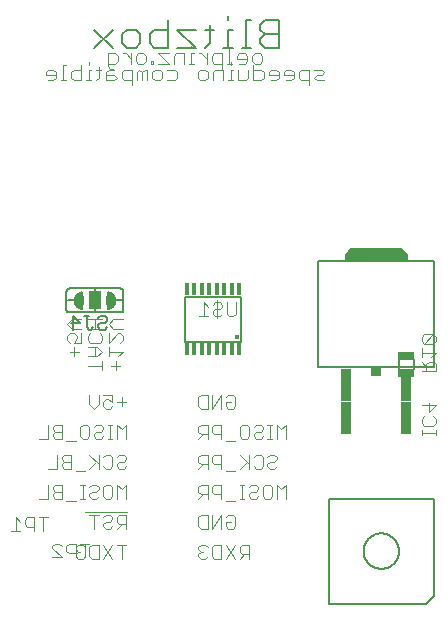
<source format=gbo>
G04 EAGLE Gerber RS-274X export*
G75*
%MOMM*%
%FSLAX34Y34*%
%LPD*%
%INSilkscreen Bottom*%
%IPPOS*%
%AMOC8*
5,1,8,0,0,1.08239X$1,22.5*%
G01*
%ADD10C,0.203200*%
%ADD11C,0.101600*%
%ADD12R,0.863600X0.762000*%
%ADD13R,0.900200X2.799800*%
%ADD14R,0.899900X2.800100*%
%ADD15C,0.152400*%
%ADD16R,1.400000X0.650000*%
%ADD17C,0.127000*%
%ADD18R,1.016000X1.524000*%
%ADD19C,0.400000*%
%ADD20R,0.300000X1.100000*%

G36*
X411474Y360587D02*
X411474Y360587D01*
X411533Y360585D01*
X411614Y360607D01*
X411698Y360619D01*
X411751Y360643D01*
X411808Y360657D01*
X411880Y360700D01*
X411957Y360735D01*
X412002Y360773D01*
X412052Y360803D01*
X412110Y360864D01*
X412174Y360919D01*
X412207Y360967D01*
X412247Y361010D01*
X412285Y361085D01*
X412332Y361155D01*
X412350Y361211D01*
X412376Y361263D01*
X412388Y361331D01*
X412418Y361426D01*
X412420Y361526D01*
X412432Y361594D01*
X412432Y365707D01*
X412425Y365757D01*
X412425Y365771D01*
X412420Y365792D01*
X412420Y365794D01*
X412417Y365881D01*
X412400Y365934D01*
X412392Y365989D01*
X412356Y366068D01*
X412329Y366152D01*
X412301Y366191D01*
X412276Y366248D01*
X412180Y366361D01*
X412134Y366425D01*
X407562Y370997D01*
X407493Y371049D01*
X407429Y371109D01*
X407379Y371135D01*
X407335Y371168D01*
X407254Y371199D01*
X407176Y371239D01*
X407128Y371247D01*
X407070Y371269D01*
X406922Y371281D01*
X406845Y371294D01*
X364681Y371294D01*
X364594Y371282D01*
X364506Y371279D01*
X364454Y371262D01*
X364399Y371254D01*
X364319Y371219D01*
X364236Y371192D01*
X364197Y371164D01*
X364140Y371138D01*
X364026Y371042D01*
X363963Y370997D01*
X359391Y366425D01*
X359338Y366355D01*
X359278Y366291D01*
X359253Y366242D01*
X359220Y366198D01*
X359189Y366116D01*
X359149Y366038D01*
X359141Y365991D01*
X359119Y365932D01*
X359110Y365832D01*
X359107Y365823D01*
X359106Y365785D01*
X359106Y365784D01*
X359093Y365707D01*
X359093Y361594D01*
X359101Y361536D01*
X359100Y361478D01*
X359121Y361396D01*
X359133Y361313D01*
X359157Y361259D01*
X359172Y361203D01*
X359215Y361130D01*
X359249Y361053D01*
X359287Y361008D01*
X359317Y360958D01*
X359379Y360900D01*
X359433Y360836D01*
X359482Y360804D01*
X359524Y360764D01*
X359599Y360725D01*
X359670Y360679D01*
X359725Y360661D01*
X359777Y360634D01*
X359845Y360623D01*
X359941Y360593D01*
X360040Y360590D01*
X360109Y360579D01*
X411417Y360579D01*
X411474Y360587D01*
G37*
D10*
X303092Y540766D02*
X303092Y564154D01*
X291398Y564154D01*
X287500Y560256D01*
X287500Y556358D01*
X291398Y552460D01*
X287500Y548562D01*
X287500Y544664D01*
X291398Y540766D01*
X303092Y540766D01*
X303092Y552460D02*
X291398Y552460D01*
X279704Y564154D02*
X275806Y564154D01*
X275806Y540766D01*
X279704Y540766D02*
X271908Y540766D01*
X264112Y556358D02*
X260214Y556358D01*
X260214Y540766D01*
X264112Y540766D02*
X256316Y540766D01*
X260214Y564154D02*
X260214Y568052D01*
X244622Y560256D02*
X244622Y544664D01*
X240724Y540766D01*
X240724Y556358D02*
X248520Y556358D01*
X232928Y556358D02*
X217336Y556358D01*
X232928Y540766D01*
X217336Y540766D01*
X209540Y540766D02*
X209540Y564154D01*
X209540Y540766D02*
X197846Y540766D01*
X193948Y544664D01*
X193948Y552460D01*
X197846Y556358D01*
X209540Y556358D01*
X182254Y540766D02*
X174458Y540766D01*
X170560Y544664D01*
X170560Y552460D01*
X174458Y556358D01*
X182254Y556358D01*
X186152Y552460D01*
X186152Y544664D01*
X182254Y540766D01*
X162764Y556358D02*
X147172Y540766D01*
X162764Y540766D02*
X147172Y556358D01*
D11*
X282792Y527558D02*
X287114Y527558D01*
X282792Y527558D02*
X280631Y529719D01*
X280631Y534041D01*
X282792Y536201D01*
X287114Y536201D01*
X289275Y534041D01*
X289275Y529719D01*
X287114Y527558D01*
X274251Y527558D02*
X269929Y527558D01*
X274251Y527558D02*
X276411Y529719D01*
X276411Y534041D01*
X274251Y536201D01*
X269929Y536201D01*
X267768Y534041D01*
X267768Y531880D01*
X276411Y531880D01*
X263548Y540523D02*
X261387Y540523D01*
X261387Y527558D01*
X263548Y527558D02*
X259226Y527558D01*
X254972Y523236D02*
X254972Y536201D01*
X248490Y536201D01*
X246329Y534041D01*
X246329Y529719D01*
X248490Y527558D01*
X254972Y527558D01*
X242109Y527558D02*
X242109Y536201D01*
X242109Y531880D02*
X237787Y536201D01*
X235627Y536201D01*
X231390Y536201D02*
X229229Y536201D01*
X229229Y527558D01*
X231390Y527558D02*
X227068Y527558D01*
X229229Y540523D02*
X229229Y542684D01*
X222814Y536201D02*
X222814Y527558D01*
X222814Y536201D02*
X216332Y536201D01*
X214171Y534041D01*
X214171Y527558D01*
X209951Y536201D02*
X201307Y536201D01*
X209951Y527558D01*
X201307Y527558D01*
X197087Y527558D02*
X197087Y529719D01*
X194926Y529719D01*
X194926Y527558D01*
X197087Y527558D01*
X188495Y527558D02*
X184173Y527558D01*
X182012Y529719D01*
X182012Y534041D01*
X184173Y536201D01*
X188495Y536201D01*
X190656Y534041D01*
X190656Y529719D01*
X188495Y527558D01*
X177792Y527558D02*
X177792Y536201D01*
X177792Y531880D02*
X173471Y536201D01*
X171310Y536201D01*
X162751Y523236D02*
X160590Y523236D01*
X158429Y525397D01*
X158429Y536201D01*
X164912Y536201D01*
X167073Y534041D01*
X167073Y529719D01*
X164912Y527558D01*
X158429Y527558D01*
X166321Y241305D02*
X174117Y241305D01*
X170219Y245203D02*
X170219Y237407D01*
X162423Y247152D02*
X154627Y247152D01*
X162423Y247152D02*
X162423Y241305D01*
X158525Y243254D01*
X156576Y243254D01*
X154627Y241305D01*
X154627Y237407D01*
X156576Y235458D01*
X160474Y235458D01*
X162423Y237407D01*
X150729Y239356D02*
X150729Y247152D01*
X150729Y239356D02*
X146831Y235458D01*
X142933Y239356D01*
X142933Y247152D01*
X174117Y221752D02*
X174117Y210058D01*
X170219Y217854D02*
X174117Y221752D01*
X170219Y217854D02*
X166321Y221752D01*
X166321Y210058D01*
X162423Y210058D02*
X158525Y210058D01*
X160474Y210058D02*
X160474Y221752D01*
X162423Y221752D02*
X158525Y221752D01*
X148780Y221752D02*
X146831Y219803D01*
X148780Y221752D02*
X152678Y221752D01*
X154627Y219803D01*
X154627Y217854D01*
X152678Y215905D01*
X148780Y215905D01*
X146831Y213956D01*
X146831Y212007D01*
X148780Y210058D01*
X152678Y210058D01*
X154627Y212007D01*
X140984Y221752D02*
X137086Y221752D01*
X140984Y221752D02*
X142933Y219803D01*
X142933Y212007D01*
X140984Y210058D01*
X137086Y210058D01*
X135137Y212007D01*
X135137Y219803D01*
X137086Y221752D01*
X131239Y208109D02*
X123443Y208109D01*
X119545Y210058D02*
X119545Y221752D01*
X113698Y221752D01*
X111749Y219803D01*
X111749Y217854D01*
X113698Y215905D01*
X111749Y213956D01*
X111749Y212007D01*
X113698Y210058D01*
X119545Y210058D01*
X119545Y215905D02*
X113698Y215905D01*
X107851Y221752D02*
X107851Y210058D01*
X100055Y210058D01*
X166321Y194403D02*
X168270Y196352D01*
X172168Y196352D01*
X174117Y194403D01*
X174117Y192454D01*
X172168Y190505D01*
X168270Y190505D01*
X166321Y188556D01*
X166321Y186607D01*
X168270Y184658D01*
X172168Y184658D01*
X174117Y186607D01*
X156576Y196352D02*
X154627Y194403D01*
X156576Y196352D02*
X160474Y196352D01*
X162423Y194403D01*
X162423Y186607D01*
X160474Y184658D01*
X156576Y184658D01*
X154627Y186607D01*
X150729Y184658D02*
X150729Y196352D01*
X150729Y188556D02*
X142933Y196352D01*
X148780Y190505D02*
X142933Y184658D01*
X139035Y182709D02*
X131239Y182709D01*
X127341Y184658D02*
X127341Y196352D01*
X121494Y196352D01*
X119545Y194403D01*
X119545Y192454D01*
X121494Y190505D01*
X119545Y188556D01*
X119545Y186607D01*
X121494Y184658D01*
X127341Y184658D01*
X127341Y190505D02*
X121494Y190505D01*
X115647Y196352D02*
X115647Y184658D01*
X107851Y184658D01*
X174117Y170952D02*
X174117Y159258D01*
X170219Y167054D02*
X174117Y170952D01*
X170219Y167054D02*
X166321Y170952D01*
X166321Y159258D01*
X160474Y170952D02*
X156576Y170952D01*
X160474Y170952D02*
X162423Y169003D01*
X162423Y161207D01*
X160474Y159258D01*
X156576Y159258D01*
X154627Y161207D01*
X154627Y169003D01*
X156576Y170952D01*
X144882Y170952D02*
X142933Y169003D01*
X144882Y170952D02*
X148780Y170952D01*
X150729Y169003D01*
X150729Y167054D01*
X148780Y165105D01*
X144882Y165105D01*
X142933Y163156D01*
X142933Y161207D01*
X144882Y159258D01*
X148780Y159258D01*
X150729Y161207D01*
X139035Y159258D02*
X135137Y159258D01*
X137086Y159258D02*
X137086Y170952D01*
X139035Y170952D02*
X135137Y170952D01*
X131239Y157309D02*
X123443Y157309D01*
X119545Y159258D02*
X119545Y170952D01*
X113698Y170952D01*
X111749Y169003D01*
X111749Y167054D01*
X113698Y165105D01*
X111749Y163156D01*
X111749Y161207D01*
X113698Y159258D01*
X119545Y159258D01*
X119545Y165105D02*
X113698Y165105D01*
X107851Y170952D02*
X107851Y159258D01*
X100055Y159258D01*
X139543Y147574D02*
X174625Y147574D01*
X174117Y145552D02*
X174117Y133858D01*
X174117Y145552D02*
X168270Y145552D01*
X166321Y143603D01*
X166321Y139705D01*
X168270Y137756D01*
X174117Y137756D01*
X170219Y137756D02*
X166321Y133858D01*
X154627Y143603D02*
X156576Y145552D01*
X160474Y145552D01*
X162423Y143603D01*
X162423Y141654D01*
X160474Y139705D01*
X156576Y139705D01*
X154627Y137756D01*
X154627Y135807D01*
X156576Y133858D01*
X160474Y133858D01*
X162423Y135807D01*
X146831Y133858D02*
X146831Y145552D01*
X150729Y145552D02*
X142933Y145552D01*
X309227Y210058D02*
X309227Y221752D01*
X305329Y217854D01*
X301431Y221752D01*
X301431Y210058D01*
X297533Y210058D02*
X293635Y210058D01*
X295584Y210058D02*
X295584Y221752D01*
X297533Y221752D02*
X293635Y221752D01*
X283890Y221752D02*
X281941Y219803D01*
X283890Y221752D02*
X287788Y221752D01*
X289737Y219803D01*
X289737Y217854D01*
X287788Y215905D01*
X283890Y215905D01*
X281941Y213956D01*
X281941Y212007D01*
X283890Y210058D01*
X287788Y210058D01*
X289737Y212007D01*
X276094Y221752D02*
X272196Y221752D01*
X276094Y221752D02*
X278043Y219803D01*
X278043Y212007D01*
X276094Y210058D01*
X272196Y210058D01*
X270247Y212007D01*
X270247Y219803D01*
X272196Y221752D01*
X266349Y208109D02*
X258553Y208109D01*
X254655Y210058D02*
X254655Y221752D01*
X248808Y221752D01*
X246859Y219803D01*
X246859Y215905D01*
X248808Y213956D01*
X254655Y213956D01*
X242961Y210058D02*
X242961Y221752D01*
X237114Y221752D01*
X235165Y219803D01*
X235165Y215905D01*
X237114Y213956D01*
X242961Y213956D01*
X239063Y213956D02*
X235165Y210058D01*
X293635Y194403D02*
X295584Y196352D01*
X299482Y196352D01*
X301431Y194403D01*
X301431Y192454D01*
X299482Y190505D01*
X295584Y190505D01*
X293635Y188556D01*
X293635Y186607D01*
X295584Y184658D01*
X299482Y184658D01*
X301431Y186607D01*
X283890Y196352D02*
X281941Y194403D01*
X283890Y196352D02*
X287788Y196352D01*
X289737Y194403D01*
X289737Y186607D01*
X287788Y184658D01*
X283890Y184658D01*
X281941Y186607D01*
X278043Y184658D02*
X278043Y196352D01*
X278043Y188556D02*
X270247Y196352D01*
X276094Y190505D02*
X270247Y184658D01*
X266349Y182709D02*
X258553Y182709D01*
X254655Y184658D02*
X254655Y196352D01*
X248808Y196352D01*
X246859Y194403D01*
X246859Y190505D01*
X248808Y188556D01*
X254655Y188556D01*
X242961Y184658D02*
X242961Y196352D01*
X237114Y196352D01*
X235165Y194403D01*
X235165Y190505D01*
X237114Y188556D01*
X242961Y188556D01*
X239063Y188556D02*
X235165Y184658D01*
X309227Y170952D02*
X309227Y159258D01*
X305329Y167054D02*
X309227Y170952D01*
X305329Y167054D02*
X301431Y170952D01*
X301431Y159258D01*
X295584Y170952D02*
X291686Y170952D01*
X295584Y170952D02*
X297533Y169003D01*
X297533Y161207D01*
X295584Y159258D01*
X291686Y159258D01*
X289737Y161207D01*
X289737Y169003D01*
X291686Y170952D01*
X279992Y170952D02*
X278043Y169003D01*
X279992Y170952D02*
X283890Y170952D01*
X285839Y169003D01*
X285839Y167054D01*
X283890Y165105D01*
X279992Y165105D01*
X278043Y163156D01*
X278043Y161207D01*
X279992Y159258D01*
X283890Y159258D01*
X285839Y161207D01*
X274145Y159258D02*
X270247Y159258D01*
X272196Y159258D02*
X272196Y170952D01*
X274145Y170952D02*
X270247Y170952D01*
X266349Y157309D02*
X258553Y157309D01*
X254655Y159258D02*
X254655Y170952D01*
X248808Y170952D01*
X246859Y169003D01*
X246859Y165105D01*
X248808Y163156D01*
X254655Y163156D01*
X242961Y159258D02*
X242961Y170952D01*
X237114Y170952D01*
X235165Y169003D01*
X235165Y165105D01*
X237114Y163156D01*
X242961Y163156D01*
X239063Y163156D02*
X235165Y159258D01*
X258553Y245203D02*
X260502Y247152D01*
X264400Y247152D01*
X266349Y245203D01*
X266349Y237407D01*
X264400Y235458D01*
X260502Y235458D01*
X258553Y237407D01*
X258553Y241305D01*
X262451Y241305D01*
X254655Y235458D02*
X254655Y247152D01*
X246859Y235458D01*
X246859Y247152D01*
X242961Y247152D02*
X242961Y235458D01*
X237114Y235458D01*
X235165Y237407D01*
X235165Y245203D01*
X237114Y247152D01*
X242961Y247152D01*
X153489Y271955D02*
X141796Y271955D01*
X153489Y268057D02*
X153489Y275853D01*
X149591Y279751D02*
X141796Y279751D01*
X149591Y279751D02*
X153489Y283649D01*
X149591Y287547D01*
X141796Y287547D01*
X147642Y287547D02*
X147642Y279751D01*
X153489Y297292D02*
X151540Y299241D01*
X153489Y297292D02*
X153489Y293394D01*
X151540Y291445D01*
X143744Y291445D01*
X141796Y293394D01*
X141796Y297292D01*
X143744Y299241D01*
X141796Y303139D02*
X153489Y303139D01*
X147642Y303139D02*
X147642Y310935D01*
X141796Y310935D02*
X153489Y310935D01*
X165105Y275853D02*
X165105Y268057D01*
X169003Y271955D02*
X161207Y271955D01*
X167054Y279751D02*
X170952Y283649D01*
X159258Y283649D01*
X159258Y279751D02*
X159258Y287547D01*
X159258Y291445D02*
X159258Y299241D01*
X159258Y291445D02*
X167054Y299241D01*
X169003Y299241D01*
X170952Y297292D01*
X170952Y293394D01*
X169003Y291445D01*
X170952Y303139D02*
X163156Y303139D01*
X159258Y307037D01*
X163156Y310935D01*
X170952Y310935D01*
X130180Y287547D02*
X130180Y279751D01*
X134078Y283649D02*
X126282Y283649D01*
X136027Y291445D02*
X136027Y299241D01*
X136027Y291445D02*
X130180Y291445D01*
X132129Y295343D01*
X132129Y297292D01*
X130180Y299241D01*
X126282Y299241D01*
X124333Y297292D01*
X124333Y293394D01*
X126282Y291445D01*
X128231Y303139D02*
X136027Y303139D01*
X128231Y303139D02*
X124333Y307037D01*
X128231Y310935D01*
X136027Y310935D01*
X335318Y513588D02*
X341800Y513588D01*
X335318Y513588D02*
X333157Y515749D01*
X335318Y517910D01*
X339640Y517910D01*
X341800Y520071D01*
X339640Y522231D01*
X333157Y522231D01*
X328937Y522231D02*
X328937Y509266D01*
X328937Y522231D02*
X322454Y522231D01*
X320294Y520071D01*
X320294Y515749D01*
X322454Y513588D01*
X328937Y513588D01*
X313913Y513588D02*
X309591Y513588D01*
X313913Y513588D02*
X316074Y515749D01*
X316074Y520071D01*
X313913Y522231D01*
X309591Y522231D01*
X307430Y520071D01*
X307430Y517910D01*
X316074Y517910D01*
X301049Y513588D02*
X296728Y513588D01*
X301049Y513588D02*
X303210Y515749D01*
X303210Y520071D01*
X301049Y522231D01*
X296728Y522231D01*
X294567Y520071D01*
X294567Y517910D01*
X303210Y517910D01*
X281703Y513588D02*
X281703Y526553D01*
X281703Y513588D02*
X288186Y513588D01*
X290347Y515749D01*
X290347Y520071D01*
X288186Y522231D01*
X281703Y522231D01*
X277483Y522231D02*
X277483Y515749D01*
X275323Y513588D01*
X268840Y513588D01*
X268840Y522231D01*
X264620Y522231D02*
X262459Y522231D01*
X262459Y513588D01*
X264620Y513588D02*
X260298Y513588D01*
X262459Y526553D02*
X262459Y528714D01*
X256045Y522231D02*
X256045Y513588D01*
X256045Y522231D02*
X249562Y522231D01*
X247401Y520071D01*
X247401Y513588D01*
X241020Y513588D02*
X236699Y513588D01*
X234538Y515749D01*
X234538Y520071D01*
X236699Y522231D01*
X241020Y522231D01*
X243181Y520071D01*
X243181Y515749D01*
X241020Y513588D01*
X215294Y522231D02*
X208811Y522231D01*
X215294Y522231D02*
X217454Y520071D01*
X217454Y515749D01*
X215294Y513588D01*
X208811Y513588D01*
X202430Y513588D02*
X198108Y513588D01*
X195948Y515749D01*
X195948Y520071D01*
X198108Y522231D01*
X202430Y522231D01*
X204591Y520071D01*
X204591Y515749D01*
X202430Y513588D01*
X191728Y513588D02*
X191728Y522231D01*
X189567Y522231D01*
X187406Y520071D01*
X187406Y513588D01*
X187406Y520071D02*
X185245Y522231D01*
X183084Y520071D01*
X183084Y513588D01*
X178864Y509266D02*
X178864Y522231D01*
X172382Y522231D01*
X170221Y520071D01*
X170221Y515749D01*
X172382Y513588D01*
X178864Y513588D01*
X163840Y522231D02*
X159518Y522231D01*
X157358Y520071D01*
X157358Y513588D01*
X163840Y513588D01*
X166001Y515749D01*
X163840Y517910D01*
X157358Y517910D01*
X150977Y515749D02*
X150977Y524392D01*
X150977Y515749D02*
X148816Y513588D01*
X148816Y522231D02*
X153138Y522231D01*
X144562Y522231D02*
X142401Y522231D01*
X142401Y513588D01*
X144562Y513588D02*
X140240Y513588D01*
X142401Y526553D02*
X142401Y528714D01*
X135986Y526553D02*
X135986Y513588D01*
X129504Y513588D01*
X127343Y515749D01*
X127343Y520071D01*
X129504Y522231D01*
X135986Y522231D01*
X123123Y526553D02*
X120962Y526553D01*
X120962Y513588D01*
X123123Y513588D02*
X118801Y513588D01*
X112387Y513588D02*
X108065Y513588D01*
X112387Y513588D02*
X114547Y515749D01*
X114547Y520071D01*
X112387Y522231D01*
X108065Y522231D01*
X105904Y520071D01*
X105904Y517910D01*
X114547Y517910D01*
X170219Y120152D02*
X170219Y108458D01*
X174117Y120152D02*
X166321Y120152D01*
X162423Y120152D02*
X154627Y108458D01*
X162423Y108458D02*
X154627Y120152D01*
X150729Y120152D02*
X150729Y108458D01*
X144882Y108458D01*
X142933Y110407D01*
X142933Y118203D01*
X144882Y120152D01*
X150729Y120152D01*
X139035Y118203D02*
X137086Y120152D01*
X133188Y120152D01*
X131239Y118203D01*
X131239Y116254D01*
X133188Y114305D01*
X135137Y114305D01*
X133188Y114305D02*
X131239Y112356D01*
X131239Y110407D01*
X133188Y108458D01*
X137086Y108458D01*
X139035Y110407D01*
X278043Y108458D02*
X278043Y120152D01*
X272196Y120152D01*
X270247Y118203D01*
X270247Y114305D01*
X272196Y112356D01*
X278043Y112356D01*
X274145Y112356D02*
X270247Y108458D01*
X258553Y108458D02*
X266349Y120152D01*
X258553Y120152D02*
X266349Y108458D01*
X254655Y108458D02*
X254655Y120152D01*
X254655Y108458D02*
X248808Y108458D01*
X246859Y110407D01*
X246859Y118203D01*
X248808Y120152D01*
X254655Y120152D01*
X242961Y118203D02*
X241012Y120152D01*
X237114Y120152D01*
X235165Y118203D01*
X235165Y116254D01*
X237114Y114305D01*
X239063Y114305D01*
X237114Y114305D02*
X235165Y112356D01*
X235165Y110407D01*
X237114Y108458D01*
X241012Y108458D01*
X242961Y110407D01*
X258553Y143603D02*
X260502Y145552D01*
X264400Y145552D01*
X266349Y143603D01*
X266349Y135807D01*
X264400Y133858D01*
X260502Y133858D01*
X258553Y135807D01*
X258553Y139705D01*
X262451Y139705D01*
X254655Y133858D02*
X254655Y145552D01*
X246859Y133858D01*
X246859Y145552D01*
X242961Y145552D02*
X242961Y133858D01*
X237114Y133858D01*
X235165Y135807D01*
X235165Y143603D01*
X237114Y145552D01*
X242961Y145552D01*
D10*
X336593Y270535D02*
X336593Y360575D01*
X336593Y270535D02*
X434933Y270535D01*
X434933Y360575D01*
X336593Y360575D01*
X411413Y361595D02*
X411413Y365705D01*
X406843Y370275D01*
X364683Y370275D01*
X360113Y365705D01*
X360113Y361595D01*
X411413Y361595D01*
D12*
X385763Y266309D03*
D13*
X411163Y255525D03*
X360363Y255525D03*
D14*
X411263Y227925D03*
X360262Y227925D03*
D11*
X424371Y217131D02*
X424371Y213233D01*
X424371Y215182D02*
X436064Y215182D01*
X436064Y213233D02*
X436064Y217131D01*
X436064Y226876D02*
X434115Y228825D01*
X436064Y226876D02*
X436064Y222978D01*
X434115Y221029D01*
X426319Y221029D01*
X424371Y222978D01*
X424371Y226876D01*
X426319Y228825D01*
X424371Y238570D02*
X436064Y238570D01*
X430217Y232723D01*
X430217Y240519D01*
D15*
X417513Y268950D02*
X417513Y277150D01*
X404813Y277150D02*
X404813Y268950D01*
D16*
X411178Y280364D03*
X411178Y265632D03*
D11*
X424371Y267208D02*
X436064Y267208D01*
X436064Y273055D01*
X434115Y275004D01*
X430217Y275004D01*
X428268Y273055D01*
X428268Y267208D01*
X428268Y271106D02*
X424371Y275004D01*
X432166Y278902D02*
X436064Y282800D01*
X424371Y282800D01*
X424371Y278902D02*
X424371Y286698D01*
X426319Y290596D02*
X434115Y290596D01*
X436064Y292545D01*
X436064Y296443D01*
X434115Y298392D01*
X426319Y298392D01*
X424371Y296443D01*
X424371Y292545D01*
X426319Y290596D01*
X434115Y298392D01*
D17*
X434450Y76825D02*
X428100Y70475D01*
X345550Y70475D01*
X345550Y159375D01*
X434450Y159375D01*
X434450Y76825D01*
X375000Y114925D02*
X375005Y115293D01*
X375018Y115661D01*
X375041Y116028D01*
X375072Y116395D01*
X375113Y116761D01*
X375162Y117126D01*
X375221Y117489D01*
X375288Y117851D01*
X375364Y118212D01*
X375450Y118570D01*
X375543Y118926D01*
X375646Y119279D01*
X375757Y119630D01*
X375877Y119978D01*
X376005Y120323D01*
X376142Y120665D01*
X376287Y121004D01*
X376440Y121338D01*
X376602Y121669D01*
X376771Y121996D01*
X376949Y122318D01*
X377134Y122637D01*
X377327Y122950D01*
X377528Y123259D01*
X377736Y123562D01*
X377952Y123860D01*
X378175Y124153D01*
X378405Y124441D01*
X378642Y124723D01*
X378886Y124998D01*
X379136Y125268D01*
X379393Y125532D01*
X379657Y125789D01*
X379927Y126039D01*
X380202Y126283D01*
X380484Y126520D01*
X380772Y126750D01*
X381065Y126973D01*
X381363Y127189D01*
X381666Y127397D01*
X381975Y127598D01*
X382288Y127791D01*
X382607Y127976D01*
X382929Y128154D01*
X383256Y128323D01*
X383587Y128485D01*
X383921Y128638D01*
X384260Y128783D01*
X384602Y128920D01*
X384947Y129048D01*
X385295Y129168D01*
X385646Y129279D01*
X385999Y129382D01*
X386355Y129475D01*
X386713Y129561D01*
X387074Y129637D01*
X387436Y129704D01*
X387799Y129763D01*
X388164Y129812D01*
X388530Y129853D01*
X388897Y129884D01*
X389264Y129907D01*
X389632Y129920D01*
X390000Y129925D01*
X390368Y129920D01*
X390736Y129907D01*
X391103Y129884D01*
X391470Y129853D01*
X391836Y129812D01*
X392201Y129763D01*
X392564Y129704D01*
X392926Y129637D01*
X393287Y129561D01*
X393645Y129475D01*
X394001Y129382D01*
X394354Y129279D01*
X394705Y129168D01*
X395053Y129048D01*
X395398Y128920D01*
X395740Y128783D01*
X396079Y128638D01*
X396413Y128485D01*
X396744Y128323D01*
X397071Y128154D01*
X397393Y127976D01*
X397712Y127791D01*
X398025Y127598D01*
X398334Y127397D01*
X398637Y127189D01*
X398935Y126973D01*
X399228Y126750D01*
X399516Y126520D01*
X399798Y126283D01*
X400073Y126039D01*
X400343Y125789D01*
X400607Y125532D01*
X400864Y125268D01*
X401114Y124998D01*
X401358Y124723D01*
X401595Y124441D01*
X401825Y124153D01*
X402048Y123860D01*
X402264Y123562D01*
X402472Y123259D01*
X402673Y122950D01*
X402866Y122637D01*
X403051Y122318D01*
X403229Y121996D01*
X403398Y121669D01*
X403560Y121338D01*
X403713Y121004D01*
X403858Y120665D01*
X403995Y120323D01*
X404123Y119978D01*
X404243Y119630D01*
X404354Y119279D01*
X404457Y118926D01*
X404550Y118570D01*
X404636Y118212D01*
X404712Y117851D01*
X404779Y117489D01*
X404838Y117126D01*
X404887Y116761D01*
X404928Y116395D01*
X404959Y116028D01*
X404982Y115661D01*
X404995Y115293D01*
X405000Y114925D01*
X404995Y114557D01*
X404982Y114189D01*
X404959Y113822D01*
X404928Y113455D01*
X404887Y113089D01*
X404838Y112724D01*
X404779Y112361D01*
X404712Y111999D01*
X404636Y111638D01*
X404550Y111280D01*
X404457Y110924D01*
X404354Y110571D01*
X404243Y110220D01*
X404123Y109872D01*
X403995Y109527D01*
X403858Y109185D01*
X403713Y108846D01*
X403560Y108512D01*
X403398Y108181D01*
X403229Y107854D01*
X403051Y107532D01*
X402866Y107213D01*
X402673Y106900D01*
X402472Y106591D01*
X402264Y106288D01*
X402048Y105990D01*
X401825Y105697D01*
X401595Y105409D01*
X401358Y105127D01*
X401114Y104852D01*
X400864Y104582D01*
X400607Y104318D01*
X400343Y104061D01*
X400073Y103811D01*
X399798Y103567D01*
X399516Y103330D01*
X399228Y103100D01*
X398935Y102877D01*
X398637Y102661D01*
X398334Y102453D01*
X398025Y102252D01*
X397712Y102059D01*
X397393Y101874D01*
X397071Y101696D01*
X396744Y101527D01*
X396413Y101365D01*
X396079Y101212D01*
X395740Y101067D01*
X395398Y100930D01*
X395053Y100802D01*
X394705Y100682D01*
X394354Y100571D01*
X394001Y100468D01*
X393645Y100375D01*
X393287Y100289D01*
X392926Y100213D01*
X392564Y100146D01*
X392201Y100087D01*
X391836Y100038D01*
X391470Y99997D01*
X391103Y99966D01*
X390736Y99943D01*
X390368Y99930D01*
X390000Y99925D01*
X389632Y99930D01*
X389264Y99943D01*
X388897Y99966D01*
X388530Y99997D01*
X388164Y100038D01*
X387799Y100087D01*
X387436Y100146D01*
X387074Y100213D01*
X386713Y100289D01*
X386355Y100375D01*
X385999Y100468D01*
X385646Y100571D01*
X385295Y100682D01*
X384947Y100802D01*
X384602Y100930D01*
X384260Y101067D01*
X383921Y101212D01*
X383587Y101365D01*
X383256Y101527D01*
X382929Y101696D01*
X382607Y101874D01*
X382288Y102059D01*
X381975Y102252D01*
X381666Y102453D01*
X381363Y102661D01*
X381065Y102877D01*
X380772Y103100D01*
X380484Y103330D01*
X380202Y103567D01*
X379927Y103811D01*
X379657Y104061D01*
X379393Y104318D01*
X379136Y104582D01*
X378886Y104852D01*
X378642Y105127D01*
X378405Y105409D01*
X378175Y105697D01*
X377952Y105990D01*
X377736Y106288D01*
X377528Y106591D01*
X377327Y106900D01*
X377134Y107213D01*
X376949Y107532D01*
X376771Y107854D01*
X376602Y108181D01*
X376440Y108512D01*
X376287Y108846D01*
X376142Y109185D01*
X376005Y109527D01*
X375877Y109872D01*
X375757Y110220D01*
X375646Y110571D01*
X375543Y110924D01*
X375450Y111280D01*
X375364Y111638D01*
X375288Y111999D01*
X375221Y112361D01*
X375162Y112724D01*
X375113Y113089D01*
X375072Y113455D01*
X375041Y113822D01*
X375018Y114189D01*
X375005Y114557D01*
X375000Y114925D01*
D15*
X169228Y337185D02*
X126048Y337185D01*
X169228Y316865D02*
X169328Y316867D01*
X169427Y316873D01*
X169527Y316883D01*
X169625Y316896D01*
X169724Y316914D01*
X169821Y316935D01*
X169917Y316960D01*
X170013Y316989D01*
X170107Y317022D01*
X170200Y317058D01*
X170291Y317098D01*
X170381Y317142D01*
X170469Y317189D01*
X170555Y317239D01*
X170639Y317293D01*
X170721Y317350D01*
X170800Y317410D01*
X170878Y317474D01*
X170952Y317540D01*
X171024Y317609D01*
X171093Y317681D01*
X171159Y317755D01*
X171223Y317833D01*
X171283Y317912D01*
X171340Y317994D01*
X171394Y318078D01*
X171444Y318164D01*
X171491Y318252D01*
X171535Y318342D01*
X171575Y318433D01*
X171611Y318526D01*
X171644Y318620D01*
X171673Y318716D01*
X171698Y318812D01*
X171719Y318909D01*
X171737Y319008D01*
X171750Y319106D01*
X171760Y319206D01*
X171766Y319305D01*
X171768Y319405D01*
X126048Y316865D02*
X125948Y316867D01*
X125849Y316873D01*
X125749Y316883D01*
X125651Y316896D01*
X125552Y316914D01*
X125455Y316935D01*
X125359Y316960D01*
X125263Y316989D01*
X125169Y317022D01*
X125076Y317058D01*
X124985Y317098D01*
X124895Y317142D01*
X124807Y317189D01*
X124721Y317239D01*
X124637Y317293D01*
X124555Y317350D01*
X124476Y317410D01*
X124398Y317474D01*
X124324Y317540D01*
X124252Y317609D01*
X124183Y317681D01*
X124117Y317755D01*
X124053Y317833D01*
X123993Y317912D01*
X123936Y317994D01*
X123882Y318078D01*
X123832Y318164D01*
X123785Y318252D01*
X123741Y318342D01*
X123701Y318433D01*
X123665Y318526D01*
X123632Y318620D01*
X123603Y318716D01*
X123578Y318812D01*
X123557Y318909D01*
X123539Y319008D01*
X123526Y319106D01*
X123516Y319206D01*
X123510Y319305D01*
X123508Y319405D01*
X123508Y334645D02*
X123510Y334745D01*
X123516Y334844D01*
X123526Y334944D01*
X123539Y335042D01*
X123557Y335141D01*
X123578Y335238D01*
X123603Y335334D01*
X123632Y335430D01*
X123665Y335524D01*
X123701Y335617D01*
X123741Y335708D01*
X123785Y335798D01*
X123832Y335886D01*
X123882Y335972D01*
X123936Y336056D01*
X123993Y336138D01*
X124053Y336217D01*
X124117Y336295D01*
X124183Y336369D01*
X124252Y336441D01*
X124324Y336510D01*
X124398Y336576D01*
X124476Y336640D01*
X124555Y336700D01*
X124637Y336757D01*
X124721Y336811D01*
X124807Y336861D01*
X124895Y336908D01*
X124985Y336952D01*
X125076Y336992D01*
X125169Y337028D01*
X125263Y337061D01*
X125359Y337090D01*
X125455Y337115D01*
X125552Y337136D01*
X125651Y337154D01*
X125749Y337167D01*
X125849Y337177D01*
X125948Y337183D01*
X126048Y337185D01*
X169228Y337185D02*
X169328Y337183D01*
X169427Y337177D01*
X169527Y337167D01*
X169625Y337154D01*
X169724Y337136D01*
X169821Y337115D01*
X169917Y337090D01*
X170013Y337061D01*
X170107Y337028D01*
X170200Y336992D01*
X170291Y336952D01*
X170381Y336908D01*
X170469Y336861D01*
X170555Y336811D01*
X170639Y336757D01*
X170721Y336700D01*
X170800Y336640D01*
X170878Y336576D01*
X170952Y336510D01*
X171024Y336441D01*
X171093Y336369D01*
X171159Y336295D01*
X171223Y336217D01*
X171283Y336138D01*
X171340Y336056D01*
X171394Y335972D01*
X171444Y335886D01*
X171491Y335798D01*
X171535Y335708D01*
X171575Y335617D01*
X171611Y335524D01*
X171644Y335430D01*
X171673Y335334D01*
X171698Y335238D01*
X171719Y335141D01*
X171737Y335042D01*
X171750Y334944D01*
X171760Y334844D01*
X171766Y334745D01*
X171768Y334645D01*
X171768Y319405D01*
X123508Y319405D02*
X123508Y334645D01*
X126048Y316865D02*
X169228Y316865D01*
X170498Y327025D02*
X165418Y327025D01*
X129858Y327025D02*
X124778Y327025D01*
X147638Y319405D02*
X147638Y316865D01*
X147638Y334645D02*
X147638Y337185D01*
D17*
X158432Y320069D02*
X157799Y327025D01*
X157799Y327025D01*
X158432Y333981D01*
X158602Y333964D01*
X158772Y333942D01*
X158940Y333916D01*
X159109Y333886D01*
X159276Y333852D01*
X159443Y333814D01*
X159608Y333771D01*
X159773Y333725D01*
X159936Y333675D01*
X160098Y333621D01*
X160259Y333562D01*
X160418Y333500D01*
X160575Y333434D01*
X160731Y333364D01*
X160885Y333291D01*
X161038Y333213D01*
X161188Y333132D01*
X161336Y333047D01*
X161483Y332959D01*
X161627Y332867D01*
X161768Y332772D01*
X161908Y332673D01*
X162045Y332571D01*
X162179Y332465D01*
X162311Y332356D01*
X162440Y332244D01*
X162566Y332129D01*
X162690Y332011D01*
X162810Y331890D01*
X162928Y331766D01*
X163042Y331639D01*
X163153Y331510D01*
X163261Y331377D01*
X163366Y331242D01*
X163468Y331105D01*
X163566Y330965D01*
X163660Y330823D01*
X163752Y330678D01*
X163839Y330531D01*
X163923Y330383D01*
X164003Y330232D01*
X164080Y330079D01*
X164153Y329925D01*
X164222Y329768D01*
X164287Y329610D01*
X164348Y329451D01*
X164406Y329290D01*
X164459Y329128D01*
X164508Y328964D01*
X164554Y328799D01*
X164595Y328634D01*
X164633Y328467D01*
X164666Y328299D01*
X164695Y328131D01*
X164720Y327962D01*
X164741Y327792D01*
X164757Y327622D01*
X164770Y327452D01*
X164778Y327281D01*
X164782Y327110D01*
X164782Y326940D01*
X164778Y326769D01*
X164770Y326598D01*
X164757Y326428D01*
X164741Y326258D01*
X164720Y326088D01*
X164695Y325919D01*
X164666Y325751D01*
X164633Y325583D01*
X164595Y325416D01*
X164554Y325251D01*
X164508Y325086D01*
X164459Y324922D01*
X164406Y324760D01*
X164348Y324599D01*
X164287Y324440D01*
X164222Y324282D01*
X164153Y324125D01*
X164080Y323971D01*
X164003Y323818D01*
X163923Y323667D01*
X163839Y323519D01*
X163752Y323372D01*
X163660Y323227D01*
X163566Y323085D01*
X163468Y322945D01*
X163366Y322808D01*
X163261Y322673D01*
X163153Y322540D01*
X163042Y322411D01*
X162928Y322284D01*
X162810Y322160D01*
X162690Y322039D01*
X162566Y321921D01*
X162440Y321806D01*
X162311Y321694D01*
X162179Y321585D01*
X162045Y321479D01*
X161908Y321377D01*
X161768Y321278D01*
X161627Y321183D01*
X161483Y321091D01*
X161336Y321003D01*
X161188Y320918D01*
X161038Y320837D01*
X160885Y320759D01*
X160731Y320686D01*
X160575Y320616D01*
X160418Y320550D01*
X160259Y320488D01*
X160098Y320429D01*
X159936Y320375D01*
X159773Y320325D01*
X159608Y320279D01*
X159443Y320236D01*
X159276Y320198D01*
X159109Y320164D01*
X158940Y320134D01*
X158772Y320108D01*
X158602Y320086D01*
X158432Y320069D01*
X158432Y321281D01*
X158581Y321299D01*
X158730Y321322D01*
X158879Y321348D01*
X159027Y321378D01*
X159173Y321412D01*
X159319Y321450D01*
X159464Y321491D01*
X159608Y321537D01*
X159751Y321586D01*
X159892Y321639D01*
X160032Y321695D01*
X160170Y321755D01*
X160307Y321819D01*
X160442Y321886D01*
X160575Y321957D01*
X160706Y322031D01*
X160835Y322108D01*
X160962Y322189D01*
X161087Y322274D01*
X161210Y322361D01*
X161331Y322452D01*
X161449Y322545D01*
X161565Y322642D01*
X161678Y322742D01*
X161788Y322844D01*
X161896Y322950D01*
X162001Y323058D01*
X162103Y323169D01*
X162202Y323283D01*
X162298Y323399D01*
X162391Y323518D01*
X162481Y323639D01*
X162568Y323762D01*
X162651Y323887D01*
X162731Y324015D01*
X162808Y324145D01*
X162882Y324276D01*
X162951Y324410D01*
X163018Y324545D01*
X163081Y324682D01*
X163140Y324821D01*
X163196Y324961D01*
X163248Y325102D01*
X163296Y325245D01*
X163341Y325389D01*
X163381Y325534D01*
X163418Y325681D01*
X163452Y325828D01*
X163481Y325976D01*
X163506Y326124D01*
X163528Y326273D01*
X163546Y326423D01*
X163559Y326573D01*
X163569Y326724D01*
X163575Y326874D01*
X163577Y327025D01*
X163575Y327176D01*
X163569Y327326D01*
X163559Y327477D01*
X163546Y327627D01*
X163528Y327777D01*
X163506Y327926D01*
X163481Y328074D01*
X163452Y328222D01*
X163418Y328369D01*
X163381Y328516D01*
X163341Y328661D01*
X163296Y328805D01*
X163248Y328948D01*
X163196Y329089D01*
X163140Y329229D01*
X163081Y329368D01*
X163018Y329505D01*
X162951Y329640D01*
X162882Y329774D01*
X162808Y329905D01*
X162731Y330035D01*
X162651Y330163D01*
X162568Y330288D01*
X162481Y330411D01*
X162391Y330532D01*
X162298Y330651D01*
X162202Y330767D01*
X162103Y330881D01*
X162001Y330992D01*
X161896Y331100D01*
X161788Y331206D01*
X161678Y331308D01*
X161565Y331408D01*
X161449Y331505D01*
X161331Y331598D01*
X161210Y331689D01*
X161087Y331776D01*
X160962Y331861D01*
X160835Y331942D01*
X160706Y332019D01*
X160575Y332093D01*
X160442Y332164D01*
X160307Y332231D01*
X160170Y332295D01*
X160032Y332355D01*
X159892Y332411D01*
X159751Y332464D01*
X159608Y332513D01*
X159464Y332559D01*
X159319Y332600D01*
X159173Y332638D01*
X159027Y332672D01*
X158879Y332702D01*
X158730Y332728D01*
X158581Y332751D01*
X158432Y332769D01*
X158431Y331554D01*
X158563Y331534D01*
X158694Y331509D01*
X158825Y331481D01*
X158955Y331449D01*
X159084Y331414D01*
X159211Y331374D01*
X159338Y331331D01*
X159463Y331284D01*
X159587Y331234D01*
X159709Y331180D01*
X159829Y331122D01*
X159948Y331061D01*
X160065Y330996D01*
X160180Y330928D01*
X160293Y330857D01*
X160404Y330783D01*
X160513Y330705D01*
X160619Y330624D01*
X160723Y330540D01*
X160825Y330453D01*
X160924Y330363D01*
X161020Y330270D01*
X161113Y330175D01*
X161204Y330077D01*
X161292Y329976D01*
X161376Y329872D01*
X161458Y329767D01*
X161537Y329659D01*
X161612Y329548D01*
X161684Y329436D01*
X161753Y329321D01*
X161818Y329205D01*
X161880Y329086D01*
X161939Y328966D01*
X161994Y328844D01*
X162045Y328721D01*
X162093Y328596D01*
X162137Y328470D01*
X162177Y328342D01*
X162214Y328214D01*
X162247Y328084D01*
X162276Y327954D01*
X162301Y327823D01*
X162322Y327691D01*
X162340Y327558D01*
X162353Y327425D01*
X162363Y327292D01*
X162369Y327159D01*
X162371Y327025D01*
X162369Y326891D01*
X162363Y326758D01*
X162353Y326625D01*
X162340Y326492D01*
X162322Y326359D01*
X162301Y326227D01*
X162276Y326096D01*
X162247Y325966D01*
X162214Y325836D01*
X162177Y325708D01*
X162137Y325580D01*
X162093Y325454D01*
X162045Y325329D01*
X161994Y325206D01*
X161939Y325084D01*
X161880Y324964D01*
X161818Y324845D01*
X161753Y324729D01*
X161684Y324614D01*
X161612Y324502D01*
X161537Y324391D01*
X161458Y324283D01*
X161376Y324178D01*
X161292Y324074D01*
X161204Y323973D01*
X161113Y323875D01*
X161020Y323780D01*
X160924Y323687D01*
X160825Y323597D01*
X160723Y323510D01*
X160619Y323426D01*
X160513Y323345D01*
X160404Y323267D01*
X160293Y323193D01*
X160180Y323122D01*
X160065Y323054D01*
X159948Y322989D01*
X159829Y322928D01*
X159709Y322870D01*
X159587Y322816D01*
X159463Y322766D01*
X159338Y322719D01*
X159211Y322676D01*
X159084Y322636D01*
X158955Y322601D01*
X158825Y322569D01*
X158694Y322541D01*
X158563Y322516D01*
X158431Y322496D01*
X158429Y323718D01*
X158542Y323741D01*
X158653Y323768D01*
X158764Y323800D01*
X158873Y323834D01*
X158982Y323873D01*
X159089Y323915D01*
X159194Y323961D01*
X159298Y324010D01*
X159400Y324063D01*
X159500Y324120D01*
X159598Y324179D01*
X159694Y324243D01*
X159788Y324309D01*
X159879Y324378D01*
X159968Y324451D01*
X160055Y324526D01*
X160139Y324605D01*
X160220Y324686D01*
X160299Y324770D01*
X160374Y324857D01*
X160447Y324946D01*
X160516Y325038D01*
X160582Y325132D01*
X160645Y325228D01*
X160705Y325326D01*
X160761Y325426D01*
X160814Y325528D01*
X160863Y325632D01*
X160909Y325737D01*
X160951Y325844D01*
X160990Y325952D01*
X161024Y326062D01*
X161055Y326173D01*
X161082Y326284D01*
X161106Y326397D01*
X161125Y326510D01*
X161141Y326624D01*
X161153Y326738D01*
X161161Y326853D01*
X161165Y326968D01*
X161165Y327082D01*
X161161Y327197D01*
X161153Y327312D01*
X161141Y327426D01*
X161125Y327540D01*
X161106Y327653D01*
X161082Y327766D01*
X161055Y327877D01*
X161024Y327988D01*
X160990Y328098D01*
X160951Y328206D01*
X160909Y328313D01*
X160863Y328418D01*
X160814Y328522D01*
X160761Y328624D01*
X160705Y328724D01*
X160645Y328822D01*
X160582Y328918D01*
X160516Y329012D01*
X160447Y329104D01*
X160374Y329193D01*
X160299Y329280D01*
X160220Y329364D01*
X160139Y329445D01*
X160055Y329524D01*
X159968Y329599D01*
X159879Y329672D01*
X159788Y329741D01*
X159694Y329807D01*
X159598Y329871D01*
X159500Y329930D01*
X159400Y329987D01*
X159298Y330040D01*
X159194Y330089D01*
X159089Y330135D01*
X158982Y330177D01*
X158873Y330216D01*
X158764Y330250D01*
X158653Y330282D01*
X158542Y330309D01*
X158429Y330332D01*
X158424Y329093D01*
X158511Y329065D01*
X158598Y329033D01*
X158682Y328997D01*
X158765Y328957D01*
X158847Y328915D01*
X158926Y328868D01*
X159004Y328818D01*
X159079Y328766D01*
X159152Y328709D01*
X159222Y328650D01*
X159290Y328588D01*
X159355Y328523D01*
X159418Y328456D01*
X159477Y328386D01*
X159533Y328313D01*
X159587Y328238D01*
X159637Y328161D01*
X159683Y328081D01*
X159726Y328000D01*
X159766Y327917D01*
X159802Y327833D01*
X159835Y327747D01*
X159864Y327659D01*
X159889Y327571D01*
X159910Y327481D01*
X159928Y327391D01*
X159941Y327300D01*
X159951Y327209D01*
X159957Y327117D01*
X159959Y327025D01*
X159957Y326933D01*
X159951Y326841D01*
X159941Y326750D01*
X159928Y326659D01*
X159910Y326569D01*
X159889Y326479D01*
X159864Y326391D01*
X159835Y326303D01*
X159802Y326217D01*
X159766Y326133D01*
X159726Y326050D01*
X159683Y325969D01*
X159637Y325889D01*
X159587Y325812D01*
X159533Y325737D01*
X159477Y325664D01*
X159418Y325594D01*
X159355Y325527D01*
X159290Y325462D01*
X159222Y325400D01*
X159152Y325341D01*
X159079Y325284D01*
X159004Y325232D01*
X158926Y325182D01*
X158847Y325135D01*
X158765Y325093D01*
X158682Y325053D01*
X158598Y325017D01*
X158511Y324985D01*
X158424Y324957D01*
X158387Y326273D01*
X158433Y326312D01*
X158476Y326353D01*
X158517Y326396D01*
X158555Y326443D01*
X158590Y326491D01*
X158621Y326541D01*
X158650Y326594D01*
X158675Y326648D01*
X158697Y326703D01*
X158716Y326760D01*
X158730Y326818D01*
X158741Y326876D01*
X158749Y326936D01*
X158753Y326995D01*
X158753Y327055D01*
X158749Y327114D01*
X158741Y327174D01*
X158730Y327232D01*
X158716Y327290D01*
X158697Y327347D01*
X158675Y327402D01*
X158650Y327456D01*
X158621Y327509D01*
X158590Y327559D01*
X158555Y327607D01*
X158517Y327654D01*
X158476Y327697D01*
X158433Y327738D01*
X158387Y327777D01*
X136844Y333981D02*
X137477Y327025D01*
X137477Y327025D01*
X136844Y320069D01*
X136674Y320086D01*
X136504Y320108D01*
X136336Y320134D01*
X136167Y320164D01*
X136000Y320198D01*
X135833Y320236D01*
X135668Y320279D01*
X135503Y320325D01*
X135340Y320375D01*
X135178Y320429D01*
X135017Y320488D01*
X134858Y320550D01*
X134701Y320616D01*
X134545Y320686D01*
X134391Y320759D01*
X134238Y320837D01*
X134088Y320918D01*
X133940Y321003D01*
X133793Y321091D01*
X133649Y321183D01*
X133508Y321278D01*
X133368Y321377D01*
X133231Y321479D01*
X133097Y321585D01*
X132965Y321694D01*
X132836Y321806D01*
X132710Y321921D01*
X132586Y322039D01*
X132466Y322160D01*
X132348Y322284D01*
X132234Y322411D01*
X132123Y322540D01*
X132015Y322673D01*
X131910Y322808D01*
X131808Y322945D01*
X131710Y323085D01*
X131616Y323227D01*
X131524Y323372D01*
X131437Y323519D01*
X131353Y323667D01*
X131273Y323818D01*
X131196Y323971D01*
X131123Y324125D01*
X131054Y324282D01*
X130989Y324440D01*
X130928Y324599D01*
X130870Y324760D01*
X130817Y324922D01*
X130768Y325086D01*
X130722Y325251D01*
X130681Y325416D01*
X130643Y325583D01*
X130610Y325751D01*
X130581Y325919D01*
X130556Y326088D01*
X130535Y326258D01*
X130519Y326428D01*
X130506Y326598D01*
X130498Y326769D01*
X130494Y326940D01*
X130494Y327110D01*
X130498Y327281D01*
X130506Y327452D01*
X130519Y327622D01*
X130535Y327792D01*
X130556Y327962D01*
X130581Y328131D01*
X130610Y328299D01*
X130643Y328467D01*
X130681Y328634D01*
X130722Y328799D01*
X130768Y328964D01*
X130817Y329128D01*
X130870Y329290D01*
X130928Y329451D01*
X130989Y329610D01*
X131054Y329768D01*
X131123Y329925D01*
X131196Y330079D01*
X131273Y330232D01*
X131353Y330383D01*
X131437Y330531D01*
X131524Y330678D01*
X131616Y330823D01*
X131710Y330965D01*
X131808Y331105D01*
X131910Y331242D01*
X132015Y331377D01*
X132123Y331510D01*
X132234Y331639D01*
X132348Y331766D01*
X132466Y331890D01*
X132586Y332011D01*
X132710Y332129D01*
X132836Y332244D01*
X132965Y332356D01*
X133097Y332465D01*
X133231Y332571D01*
X133368Y332673D01*
X133508Y332772D01*
X133649Y332867D01*
X133793Y332959D01*
X133940Y333047D01*
X134088Y333132D01*
X134238Y333213D01*
X134391Y333291D01*
X134545Y333364D01*
X134701Y333434D01*
X134858Y333500D01*
X135017Y333562D01*
X135178Y333621D01*
X135340Y333675D01*
X135503Y333725D01*
X135668Y333771D01*
X135833Y333814D01*
X136000Y333852D01*
X136167Y333886D01*
X136336Y333916D01*
X136504Y333942D01*
X136674Y333964D01*
X136844Y333981D01*
X136844Y332769D01*
X136695Y332751D01*
X136546Y332728D01*
X136397Y332702D01*
X136249Y332672D01*
X136103Y332638D01*
X135957Y332600D01*
X135812Y332559D01*
X135668Y332513D01*
X135525Y332464D01*
X135384Y332411D01*
X135244Y332355D01*
X135106Y332295D01*
X134969Y332231D01*
X134834Y332164D01*
X134701Y332093D01*
X134570Y332019D01*
X134441Y331942D01*
X134314Y331861D01*
X134189Y331776D01*
X134066Y331689D01*
X133945Y331598D01*
X133827Y331505D01*
X133711Y331408D01*
X133598Y331308D01*
X133488Y331206D01*
X133380Y331100D01*
X133275Y330992D01*
X133173Y330881D01*
X133074Y330767D01*
X132978Y330651D01*
X132885Y330532D01*
X132795Y330411D01*
X132708Y330288D01*
X132625Y330163D01*
X132545Y330035D01*
X132468Y329905D01*
X132394Y329774D01*
X132325Y329640D01*
X132258Y329505D01*
X132195Y329368D01*
X132136Y329229D01*
X132080Y329089D01*
X132028Y328948D01*
X131980Y328805D01*
X131935Y328661D01*
X131895Y328516D01*
X131858Y328369D01*
X131824Y328222D01*
X131795Y328074D01*
X131770Y327926D01*
X131748Y327777D01*
X131730Y327627D01*
X131717Y327477D01*
X131707Y327326D01*
X131701Y327176D01*
X131699Y327025D01*
X131701Y326874D01*
X131707Y326724D01*
X131717Y326573D01*
X131730Y326423D01*
X131748Y326273D01*
X131770Y326124D01*
X131795Y325976D01*
X131824Y325828D01*
X131858Y325681D01*
X131895Y325534D01*
X131935Y325389D01*
X131980Y325245D01*
X132028Y325102D01*
X132080Y324961D01*
X132136Y324821D01*
X132195Y324682D01*
X132258Y324545D01*
X132325Y324410D01*
X132394Y324276D01*
X132468Y324145D01*
X132545Y324015D01*
X132625Y323887D01*
X132708Y323762D01*
X132795Y323639D01*
X132885Y323518D01*
X132978Y323399D01*
X133074Y323283D01*
X133173Y323169D01*
X133275Y323058D01*
X133380Y322950D01*
X133488Y322844D01*
X133598Y322742D01*
X133711Y322642D01*
X133827Y322545D01*
X133945Y322452D01*
X134066Y322361D01*
X134189Y322274D01*
X134314Y322189D01*
X134441Y322108D01*
X134570Y322031D01*
X134701Y321957D01*
X134834Y321886D01*
X134969Y321819D01*
X135106Y321755D01*
X135244Y321695D01*
X135384Y321639D01*
X135525Y321586D01*
X135668Y321537D01*
X135812Y321491D01*
X135957Y321450D01*
X136103Y321412D01*
X136249Y321378D01*
X136397Y321348D01*
X136546Y321322D01*
X136695Y321299D01*
X136844Y321281D01*
X136845Y322496D01*
X136713Y322516D01*
X136582Y322541D01*
X136451Y322569D01*
X136321Y322601D01*
X136192Y322636D01*
X136065Y322676D01*
X135938Y322719D01*
X135813Y322766D01*
X135689Y322816D01*
X135567Y322870D01*
X135447Y322928D01*
X135328Y322989D01*
X135211Y323054D01*
X135096Y323122D01*
X134983Y323193D01*
X134872Y323267D01*
X134763Y323345D01*
X134657Y323426D01*
X134553Y323510D01*
X134451Y323597D01*
X134352Y323687D01*
X134256Y323780D01*
X134163Y323875D01*
X134072Y323973D01*
X133984Y324074D01*
X133900Y324178D01*
X133818Y324283D01*
X133739Y324391D01*
X133664Y324502D01*
X133592Y324614D01*
X133523Y324729D01*
X133458Y324845D01*
X133396Y324964D01*
X133337Y325084D01*
X133282Y325206D01*
X133231Y325329D01*
X133183Y325454D01*
X133139Y325580D01*
X133099Y325708D01*
X133062Y325836D01*
X133029Y325966D01*
X133000Y326096D01*
X132975Y326227D01*
X132954Y326359D01*
X132936Y326492D01*
X132923Y326625D01*
X132913Y326758D01*
X132907Y326891D01*
X132905Y327025D01*
X132907Y327159D01*
X132913Y327292D01*
X132923Y327425D01*
X132936Y327558D01*
X132954Y327691D01*
X132975Y327823D01*
X133000Y327954D01*
X133029Y328084D01*
X133062Y328214D01*
X133099Y328342D01*
X133139Y328470D01*
X133183Y328596D01*
X133231Y328721D01*
X133282Y328844D01*
X133337Y328966D01*
X133396Y329086D01*
X133458Y329205D01*
X133523Y329321D01*
X133592Y329436D01*
X133664Y329548D01*
X133739Y329659D01*
X133818Y329767D01*
X133900Y329872D01*
X133984Y329976D01*
X134072Y330077D01*
X134163Y330175D01*
X134256Y330270D01*
X134352Y330363D01*
X134451Y330453D01*
X134553Y330540D01*
X134657Y330624D01*
X134763Y330705D01*
X134872Y330783D01*
X134983Y330857D01*
X135096Y330928D01*
X135211Y330996D01*
X135328Y331061D01*
X135447Y331122D01*
X135567Y331180D01*
X135689Y331234D01*
X135813Y331284D01*
X135938Y331331D01*
X136065Y331374D01*
X136192Y331414D01*
X136321Y331449D01*
X136451Y331481D01*
X136582Y331509D01*
X136713Y331534D01*
X136845Y331554D01*
X136847Y330332D01*
X136734Y330309D01*
X136623Y330282D01*
X136512Y330250D01*
X136403Y330216D01*
X136294Y330177D01*
X136187Y330135D01*
X136082Y330089D01*
X135978Y330040D01*
X135876Y329987D01*
X135776Y329930D01*
X135678Y329871D01*
X135582Y329807D01*
X135488Y329741D01*
X135397Y329672D01*
X135308Y329599D01*
X135221Y329524D01*
X135137Y329445D01*
X135056Y329364D01*
X134977Y329280D01*
X134902Y329193D01*
X134829Y329104D01*
X134760Y329012D01*
X134694Y328918D01*
X134631Y328822D01*
X134571Y328724D01*
X134515Y328624D01*
X134462Y328522D01*
X134413Y328418D01*
X134367Y328313D01*
X134325Y328206D01*
X134286Y328098D01*
X134252Y327988D01*
X134221Y327877D01*
X134194Y327766D01*
X134170Y327653D01*
X134151Y327540D01*
X134135Y327426D01*
X134123Y327312D01*
X134115Y327197D01*
X134111Y327082D01*
X134111Y326968D01*
X134115Y326853D01*
X134123Y326738D01*
X134135Y326624D01*
X134151Y326510D01*
X134170Y326397D01*
X134194Y326284D01*
X134221Y326173D01*
X134252Y326062D01*
X134286Y325952D01*
X134325Y325844D01*
X134367Y325737D01*
X134413Y325632D01*
X134462Y325528D01*
X134515Y325426D01*
X134571Y325326D01*
X134631Y325228D01*
X134694Y325132D01*
X134760Y325038D01*
X134829Y324946D01*
X134902Y324857D01*
X134977Y324770D01*
X135056Y324686D01*
X135137Y324605D01*
X135221Y324526D01*
X135308Y324451D01*
X135397Y324378D01*
X135488Y324309D01*
X135582Y324243D01*
X135678Y324179D01*
X135776Y324120D01*
X135876Y324063D01*
X135978Y324010D01*
X136082Y323961D01*
X136187Y323915D01*
X136294Y323873D01*
X136403Y323834D01*
X136512Y323800D01*
X136623Y323768D01*
X136734Y323741D01*
X136847Y323718D01*
X136852Y324957D01*
X136765Y324985D01*
X136678Y325017D01*
X136594Y325053D01*
X136511Y325093D01*
X136429Y325135D01*
X136350Y325182D01*
X136272Y325232D01*
X136197Y325284D01*
X136124Y325341D01*
X136054Y325400D01*
X135986Y325462D01*
X135921Y325527D01*
X135858Y325594D01*
X135799Y325664D01*
X135743Y325737D01*
X135689Y325812D01*
X135639Y325889D01*
X135593Y325969D01*
X135550Y326050D01*
X135510Y326133D01*
X135474Y326217D01*
X135441Y326303D01*
X135412Y326391D01*
X135387Y326479D01*
X135366Y326569D01*
X135348Y326659D01*
X135335Y326750D01*
X135325Y326841D01*
X135319Y326933D01*
X135317Y327025D01*
X135319Y327117D01*
X135325Y327209D01*
X135335Y327300D01*
X135348Y327391D01*
X135366Y327481D01*
X135387Y327571D01*
X135412Y327659D01*
X135441Y327747D01*
X135474Y327833D01*
X135510Y327917D01*
X135550Y328000D01*
X135593Y328081D01*
X135639Y328161D01*
X135689Y328238D01*
X135743Y328313D01*
X135799Y328386D01*
X135858Y328456D01*
X135921Y328523D01*
X135986Y328588D01*
X136054Y328650D01*
X136124Y328709D01*
X136197Y328766D01*
X136272Y328818D01*
X136350Y328868D01*
X136429Y328915D01*
X136511Y328957D01*
X136594Y328997D01*
X136678Y329033D01*
X136765Y329065D01*
X136852Y329093D01*
X136889Y327777D01*
X136843Y327738D01*
X136800Y327697D01*
X136759Y327654D01*
X136721Y327607D01*
X136686Y327559D01*
X136655Y327509D01*
X136626Y327456D01*
X136601Y327402D01*
X136579Y327347D01*
X136560Y327290D01*
X136546Y327232D01*
X136535Y327174D01*
X136527Y327114D01*
X136523Y327055D01*
X136523Y326995D01*
X136527Y326936D01*
X136535Y326876D01*
X136546Y326818D01*
X136560Y326760D01*
X136579Y326703D01*
X136601Y326648D01*
X136626Y326594D01*
X136655Y326541D01*
X136686Y326491D01*
X136721Y326443D01*
X136759Y326396D01*
X136800Y326353D01*
X136843Y326312D01*
X136889Y326273D01*
D18*
X147638Y327025D03*
D17*
X152235Y313700D02*
X150328Y311793D01*
X152235Y313700D02*
X156048Y313700D01*
X157954Y311793D01*
X157954Y309887D01*
X156048Y307980D01*
X152235Y307980D01*
X150328Y306073D01*
X150328Y304167D01*
X152235Y302260D01*
X156048Y302260D01*
X157954Y304167D01*
X146261Y304167D02*
X144354Y302260D01*
X142447Y302260D01*
X140541Y304167D01*
X140541Y313700D01*
X142447Y313700D02*
X138634Y313700D01*
X128847Y313700D02*
X128847Y302260D01*
X134567Y307980D02*
X128847Y313700D01*
X126940Y307980D02*
X134567Y307980D01*
D10*
X223650Y292250D02*
X223650Y330050D01*
X223650Y292250D02*
X271450Y292250D01*
X271450Y330050D02*
X223650Y330050D01*
X271650Y330050D02*
X271650Y292250D01*
D19*
X267650Y296150D03*
D20*
X269875Y285650D03*
X263525Y285650D03*
X257175Y285650D03*
X250825Y285650D03*
X244475Y285650D03*
X238125Y285650D03*
X231775Y285650D03*
X225425Y285650D03*
X225425Y336650D03*
X231775Y336650D03*
X238125Y336650D03*
X244475Y336650D03*
X250825Y336650D03*
X257175Y336650D03*
X263525Y336650D03*
X269875Y336650D03*
D11*
X266842Y325551D02*
X266842Y315806D01*
X264893Y313857D01*
X260995Y313857D01*
X259046Y315806D01*
X259046Y325551D01*
X255148Y315806D02*
X253199Y313857D01*
X249301Y313857D01*
X247352Y315806D01*
X247352Y317755D01*
X249301Y319704D01*
X253199Y319704D01*
X255148Y321653D01*
X255148Y323602D01*
X253199Y325551D01*
X249301Y325551D01*
X247352Y323602D01*
X251250Y327500D02*
X251250Y311908D01*
X243454Y321653D02*
X239556Y325551D01*
X239556Y313857D01*
X243454Y313857D02*
X235658Y313857D01*
X104019Y143352D02*
X104019Y131658D01*
X107917Y143352D02*
X100121Y143352D01*
X96223Y143352D02*
X96223Y131658D01*
X96223Y143352D02*
X90376Y143352D01*
X88427Y141403D01*
X88427Y137505D01*
X90376Y135556D01*
X96223Y135556D01*
X84529Y139454D02*
X80631Y143352D01*
X80631Y131658D01*
X84529Y131658D02*
X76733Y131658D01*
X138944Y121127D02*
X138944Y109433D01*
X142842Y121127D02*
X135046Y121127D01*
X131148Y121127D02*
X131148Y109433D01*
X131148Y121127D02*
X125301Y121127D01*
X123352Y119178D01*
X123352Y115280D01*
X125301Y113331D01*
X131148Y113331D01*
X119454Y109433D02*
X111658Y109433D01*
X119454Y109433D02*
X111658Y117229D01*
X111658Y119178D01*
X113607Y121127D01*
X117505Y121127D01*
X119454Y119178D01*
M02*

</source>
